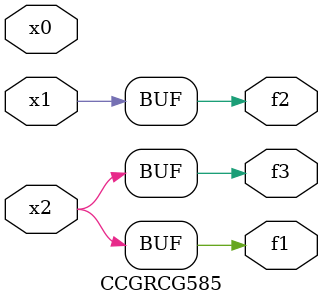
<source format=v>
module CCGRCG585(
	input x0, x1, x2,
	output f1, f2, f3
);
	assign f1 = x2;
	assign f2 = x1;
	assign f3 = x2;
endmodule

</source>
